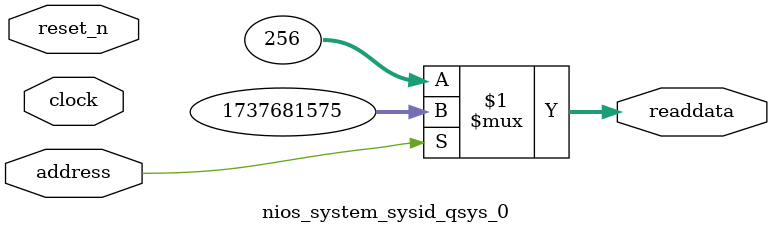
<source format=v>



// synthesis translate_off
`timescale 1ns / 1ps
// synthesis translate_on

// turn off superfluous verilog processor warnings 
// altera message_level Level1 
// altera message_off 10034 10035 10036 10037 10230 10240 10030 

module nios_system_sysid_qsys_0 (
               // inputs:
                address,
                clock,
                reset_n,

               // outputs:
                readdata
             )
;

  output  [ 31: 0] readdata;
  input            address;
  input            clock;
  input            reset_n;

  wire    [ 31: 0] readdata;
  //control_slave, which is an e_avalon_slave
  assign readdata = address ? 1737681575 : 256;

endmodule



</source>
